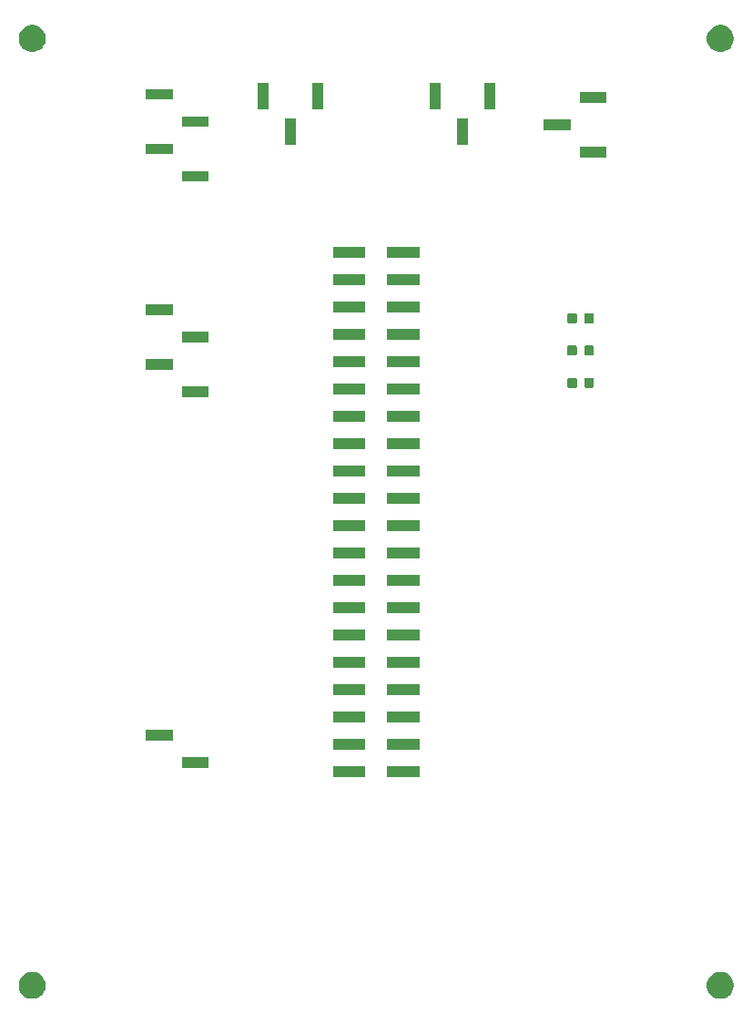
<source format=gbr>
G04 #@! TF.GenerationSoftware,KiCad,Pcbnew,(5.0.2)-1*
G04 #@! TF.CreationDate,2019-09-16T21:44:15-04:00*
G04 #@! TF.ProjectId,AD3D Cloud Connect Board,41443344-2043-46c6-9f75-6420436f6e6e,rev?*
G04 #@! TF.SameCoordinates,Original*
G04 #@! TF.FileFunction,Soldermask,Bot*
G04 #@! TF.FilePolarity,Negative*
%FSLAX46Y46*%
G04 Gerber Fmt 4.6, Leading zero omitted, Abs format (unit mm)*
G04 Created by KiCad (PCBNEW (5.0.2)-1) date 9/16/2019 9:44:15 PM*
%MOMM*%
%LPD*%
G01*
G04 APERTURE LIST*
%ADD10C,0.150000*%
G04 APERTURE END LIST*
D10*
G36*
X239364612Y-181798037D02*
X239592096Y-181892264D01*
X239796831Y-182029064D01*
X239970936Y-182203169D01*
X240107736Y-182407904D01*
X240201963Y-182635388D01*
X240250000Y-182876885D01*
X240250000Y-183123115D01*
X240201963Y-183364612D01*
X240107736Y-183592096D01*
X239970936Y-183796831D01*
X239796831Y-183970936D01*
X239592096Y-184107736D01*
X239364612Y-184201963D01*
X239123115Y-184250000D01*
X238876885Y-184250000D01*
X238635388Y-184201963D01*
X238407904Y-184107736D01*
X238203169Y-183970936D01*
X238029064Y-183796831D01*
X237892264Y-183592096D01*
X237798037Y-183364612D01*
X237750000Y-183123115D01*
X237750000Y-182876885D01*
X237798037Y-182635388D01*
X237892264Y-182407904D01*
X238029064Y-182203169D01*
X238203169Y-182029064D01*
X238407904Y-181892264D01*
X238635388Y-181798037D01*
X238876885Y-181750000D01*
X239123115Y-181750000D01*
X239364612Y-181798037D01*
X239364612Y-181798037D01*
G37*
G36*
X175364612Y-181798037D02*
X175592096Y-181892264D01*
X175796831Y-182029064D01*
X175970936Y-182203169D01*
X176107736Y-182407904D01*
X176201963Y-182635388D01*
X176250000Y-182876885D01*
X176250000Y-183123115D01*
X176201963Y-183364612D01*
X176107736Y-183592096D01*
X175970936Y-183796831D01*
X175796831Y-183970936D01*
X175592096Y-184107736D01*
X175364612Y-184201963D01*
X175123115Y-184250000D01*
X174876885Y-184250000D01*
X174635388Y-184201963D01*
X174407904Y-184107736D01*
X174203169Y-183970936D01*
X174029064Y-183796831D01*
X173892264Y-183592096D01*
X173798037Y-183364612D01*
X173750000Y-183123115D01*
X173750000Y-182876885D01*
X173798037Y-182635388D01*
X173892264Y-182407904D01*
X174029064Y-182203169D01*
X174203169Y-182029064D01*
X174407904Y-181892264D01*
X174635388Y-181798037D01*
X174876885Y-181750000D01*
X175123115Y-181750000D01*
X175364612Y-181798037D01*
X175364612Y-181798037D01*
G37*
G36*
X205980000Y-163630000D02*
X202980000Y-163630000D01*
X202980000Y-162630000D01*
X205980000Y-162630000D01*
X205980000Y-163630000D01*
X205980000Y-163630000D01*
G37*
G36*
X211020000Y-163630000D02*
X208020000Y-163630000D01*
X208020000Y-162630000D01*
X211020000Y-162630000D01*
X211020000Y-163630000D01*
X211020000Y-163630000D01*
G37*
G36*
X191410000Y-162770000D02*
X188900000Y-162770000D01*
X188900000Y-161770000D01*
X191410000Y-161770000D01*
X191410000Y-162770000D01*
X191410000Y-162770000D01*
G37*
G36*
X211020000Y-161090000D02*
X208020000Y-161090000D01*
X208020000Y-160090000D01*
X211020000Y-160090000D01*
X211020000Y-161090000D01*
X211020000Y-161090000D01*
G37*
G36*
X205980000Y-161090000D02*
X202980000Y-161090000D01*
X202980000Y-160090000D01*
X205980000Y-160090000D01*
X205980000Y-161090000D01*
X205980000Y-161090000D01*
G37*
G36*
X188100000Y-160230000D02*
X185590000Y-160230000D01*
X185590000Y-159230000D01*
X188100000Y-159230000D01*
X188100000Y-160230000D01*
X188100000Y-160230000D01*
G37*
G36*
X211020000Y-158550000D02*
X208020000Y-158550000D01*
X208020000Y-157550000D01*
X211020000Y-157550000D01*
X211020000Y-158550000D01*
X211020000Y-158550000D01*
G37*
G36*
X205980000Y-158550000D02*
X202980000Y-158550000D01*
X202980000Y-157550000D01*
X205980000Y-157550000D01*
X205980000Y-158550000D01*
X205980000Y-158550000D01*
G37*
G36*
X211020000Y-156010000D02*
X208020000Y-156010000D01*
X208020000Y-155010000D01*
X211020000Y-155010000D01*
X211020000Y-156010000D01*
X211020000Y-156010000D01*
G37*
G36*
X205980000Y-156010000D02*
X202980000Y-156010000D01*
X202980000Y-155010000D01*
X205980000Y-155010000D01*
X205980000Y-156010000D01*
X205980000Y-156010000D01*
G37*
G36*
X205980000Y-153470000D02*
X202980000Y-153470000D01*
X202980000Y-152470000D01*
X205980000Y-152470000D01*
X205980000Y-153470000D01*
X205980000Y-153470000D01*
G37*
G36*
X211020000Y-153470000D02*
X208020000Y-153470000D01*
X208020000Y-152470000D01*
X211020000Y-152470000D01*
X211020000Y-153470000D01*
X211020000Y-153470000D01*
G37*
G36*
X205980000Y-150930000D02*
X202980000Y-150930000D01*
X202980000Y-149930000D01*
X205980000Y-149930000D01*
X205980000Y-150930000D01*
X205980000Y-150930000D01*
G37*
G36*
X211020000Y-150930000D02*
X208020000Y-150930000D01*
X208020000Y-149930000D01*
X211020000Y-149930000D01*
X211020000Y-150930000D01*
X211020000Y-150930000D01*
G37*
G36*
X205980000Y-148390000D02*
X202980000Y-148390000D01*
X202980000Y-147390000D01*
X205980000Y-147390000D01*
X205980000Y-148390000D01*
X205980000Y-148390000D01*
G37*
G36*
X211020000Y-148390000D02*
X208020000Y-148390000D01*
X208020000Y-147390000D01*
X211020000Y-147390000D01*
X211020000Y-148390000D01*
X211020000Y-148390000D01*
G37*
G36*
X211020000Y-145850000D02*
X208020000Y-145850000D01*
X208020000Y-144850000D01*
X211020000Y-144850000D01*
X211020000Y-145850000D01*
X211020000Y-145850000D01*
G37*
G36*
X205980000Y-145850000D02*
X202980000Y-145850000D01*
X202980000Y-144850000D01*
X205980000Y-144850000D01*
X205980000Y-145850000D01*
X205980000Y-145850000D01*
G37*
G36*
X211020000Y-143310000D02*
X208020000Y-143310000D01*
X208020000Y-142310000D01*
X211020000Y-142310000D01*
X211020000Y-143310000D01*
X211020000Y-143310000D01*
G37*
G36*
X205980000Y-143310000D02*
X202980000Y-143310000D01*
X202980000Y-142310000D01*
X205980000Y-142310000D01*
X205980000Y-143310000D01*
X205980000Y-143310000D01*
G37*
G36*
X211020000Y-140770000D02*
X208020000Y-140770000D01*
X208020000Y-139770000D01*
X211020000Y-139770000D01*
X211020000Y-140770000D01*
X211020000Y-140770000D01*
G37*
G36*
X205980000Y-140770000D02*
X202980000Y-140770000D01*
X202980000Y-139770000D01*
X205980000Y-139770000D01*
X205980000Y-140770000D01*
X205980000Y-140770000D01*
G37*
G36*
X205980000Y-138230000D02*
X202980000Y-138230000D01*
X202980000Y-137230000D01*
X205980000Y-137230000D01*
X205980000Y-138230000D01*
X205980000Y-138230000D01*
G37*
G36*
X211020000Y-138230000D02*
X208020000Y-138230000D01*
X208020000Y-137230000D01*
X211020000Y-137230000D01*
X211020000Y-138230000D01*
X211020000Y-138230000D01*
G37*
G36*
X205980000Y-135690000D02*
X202980000Y-135690000D01*
X202980000Y-134690000D01*
X205980000Y-134690000D01*
X205980000Y-135690000D01*
X205980000Y-135690000D01*
G37*
G36*
X211020000Y-135690000D02*
X208020000Y-135690000D01*
X208020000Y-134690000D01*
X211020000Y-134690000D01*
X211020000Y-135690000D01*
X211020000Y-135690000D01*
G37*
G36*
X205980000Y-133150000D02*
X202980000Y-133150000D01*
X202980000Y-132150000D01*
X205980000Y-132150000D01*
X205980000Y-133150000D01*
X205980000Y-133150000D01*
G37*
G36*
X211020000Y-133150000D02*
X208020000Y-133150000D01*
X208020000Y-132150000D01*
X211020000Y-132150000D01*
X211020000Y-133150000D01*
X211020000Y-133150000D01*
G37*
G36*
X211020000Y-130610000D02*
X208020000Y-130610000D01*
X208020000Y-129610000D01*
X211020000Y-129610000D01*
X211020000Y-130610000D01*
X211020000Y-130610000D01*
G37*
G36*
X205980000Y-130610000D02*
X202980000Y-130610000D01*
X202980000Y-129610000D01*
X205980000Y-129610000D01*
X205980000Y-130610000D01*
X205980000Y-130610000D01*
G37*
G36*
X191410000Y-128310000D02*
X188900000Y-128310000D01*
X188900000Y-127310000D01*
X191410000Y-127310000D01*
X191410000Y-128310000D01*
X191410000Y-128310000D01*
G37*
G36*
X205980000Y-128070000D02*
X202980000Y-128070000D01*
X202980000Y-127070000D01*
X205980000Y-127070000D01*
X205980000Y-128070000D01*
X205980000Y-128070000D01*
G37*
G36*
X211020000Y-128070000D02*
X208020000Y-128070000D01*
X208020000Y-127070000D01*
X211020000Y-127070000D01*
X211020000Y-128070000D01*
X211020000Y-128070000D01*
G37*
G36*
X225524116Y-126528595D02*
X225553313Y-126537452D01*
X225580218Y-126551833D01*
X225603808Y-126571192D01*
X225623167Y-126594782D01*
X225637548Y-126621687D01*
X225646405Y-126650884D01*
X225650000Y-126687390D01*
X225650000Y-127312610D01*
X225646405Y-127349116D01*
X225637548Y-127378313D01*
X225623167Y-127405218D01*
X225603808Y-127428808D01*
X225580218Y-127448167D01*
X225553313Y-127462548D01*
X225524116Y-127471405D01*
X225487610Y-127475000D01*
X224937390Y-127475000D01*
X224900884Y-127471405D01*
X224871687Y-127462548D01*
X224844782Y-127448167D01*
X224821192Y-127428808D01*
X224801833Y-127405218D01*
X224787452Y-127378313D01*
X224778595Y-127349116D01*
X224775000Y-127312610D01*
X224775000Y-126687390D01*
X224778595Y-126650884D01*
X224787452Y-126621687D01*
X224801833Y-126594782D01*
X224821192Y-126571192D01*
X224844782Y-126551833D01*
X224871687Y-126537452D01*
X224900884Y-126528595D01*
X224937390Y-126525000D01*
X225487610Y-126525000D01*
X225524116Y-126528595D01*
X225524116Y-126528595D01*
G37*
G36*
X227099116Y-126528595D02*
X227128313Y-126537452D01*
X227155218Y-126551833D01*
X227178808Y-126571192D01*
X227198167Y-126594782D01*
X227212548Y-126621687D01*
X227221405Y-126650884D01*
X227225000Y-126687390D01*
X227225000Y-127312610D01*
X227221405Y-127349116D01*
X227212548Y-127378313D01*
X227198167Y-127405218D01*
X227178808Y-127428808D01*
X227155218Y-127448167D01*
X227128313Y-127462548D01*
X227099116Y-127471405D01*
X227062610Y-127475000D01*
X226512390Y-127475000D01*
X226475884Y-127471405D01*
X226446687Y-127462548D01*
X226419782Y-127448167D01*
X226396192Y-127428808D01*
X226376833Y-127405218D01*
X226362452Y-127378313D01*
X226353595Y-127349116D01*
X226350000Y-127312610D01*
X226350000Y-126687390D01*
X226353595Y-126650884D01*
X226362452Y-126621687D01*
X226376833Y-126594782D01*
X226396192Y-126571192D01*
X226419782Y-126551833D01*
X226446687Y-126537452D01*
X226475884Y-126528595D01*
X226512390Y-126525000D01*
X227062610Y-126525000D01*
X227099116Y-126528595D01*
X227099116Y-126528595D01*
G37*
G36*
X188100000Y-125770000D02*
X185590000Y-125770000D01*
X185590000Y-124770000D01*
X188100000Y-124770000D01*
X188100000Y-125770000D01*
X188100000Y-125770000D01*
G37*
G36*
X205980000Y-125530000D02*
X202980000Y-125530000D01*
X202980000Y-124530000D01*
X205980000Y-124530000D01*
X205980000Y-125530000D01*
X205980000Y-125530000D01*
G37*
G36*
X211020000Y-125530000D02*
X208020000Y-125530000D01*
X208020000Y-124530000D01*
X211020000Y-124530000D01*
X211020000Y-125530000D01*
X211020000Y-125530000D01*
G37*
G36*
X225524116Y-123528595D02*
X225553313Y-123537452D01*
X225580218Y-123551833D01*
X225603808Y-123571192D01*
X225623167Y-123594782D01*
X225637548Y-123621687D01*
X225646405Y-123650884D01*
X225650000Y-123687390D01*
X225650000Y-124312610D01*
X225646405Y-124349116D01*
X225637548Y-124378313D01*
X225623167Y-124405218D01*
X225603808Y-124428808D01*
X225580218Y-124448167D01*
X225553313Y-124462548D01*
X225524116Y-124471405D01*
X225487610Y-124475000D01*
X224937390Y-124475000D01*
X224900884Y-124471405D01*
X224871687Y-124462548D01*
X224844782Y-124448167D01*
X224821192Y-124428808D01*
X224801833Y-124405218D01*
X224787452Y-124378313D01*
X224778595Y-124349116D01*
X224775000Y-124312610D01*
X224775000Y-123687390D01*
X224778595Y-123650884D01*
X224787452Y-123621687D01*
X224801833Y-123594782D01*
X224821192Y-123571192D01*
X224844782Y-123551833D01*
X224871687Y-123537452D01*
X224900884Y-123528595D01*
X224937390Y-123525000D01*
X225487610Y-123525000D01*
X225524116Y-123528595D01*
X225524116Y-123528595D01*
G37*
G36*
X227099116Y-123528595D02*
X227128313Y-123537452D01*
X227155218Y-123551833D01*
X227178808Y-123571192D01*
X227198167Y-123594782D01*
X227212548Y-123621687D01*
X227221405Y-123650884D01*
X227225000Y-123687390D01*
X227225000Y-124312610D01*
X227221405Y-124349116D01*
X227212548Y-124378313D01*
X227198167Y-124405218D01*
X227178808Y-124428808D01*
X227155218Y-124448167D01*
X227128313Y-124462548D01*
X227099116Y-124471405D01*
X227062610Y-124475000D01*
X226512390Y-124475000D01*
X226475884Y-124471405D01*
X226446687Y-124462548D01*
X226419782Y-124448167D01*
X226396192Y-124428808D01*
X226376833Y-124405218D01*
X226362452Y-124378313D01*
X226353595Y-124349116D01*
X226350000Y-124312610D01*
X226350000Y-123687390D01*
X226353595Y-123650884D01*
X226362452Y-123621687D01*
X226376833Y-123594782D01*
X226396192Y-123571192D01*
X226419782Y-123551833D01*
X226446687Y-123537452D01*
X226475884Y-123528595D01*
X226512390Y-123525000D01*
X227062610Y-123525000D01*
X227099116Y-123528595D01*
X227099116Y-123528595D01*
G37*
G36*
X191410000Y-123230000D02*
X188900000Y-123230000D01*
X188900000Y-122230000D01*
X191410000Y-122230000D01*
X191410000Y-123230000D01*
X191410000Y-123230000D01*
G37*
G36*
X205980000Y-122990000D02*
X202980000Y-122990000D01*
X202980000Y-121990000D01*
X205980000Y-121990000D01*
X205980000Y-122990000D01*
X205980000Y-122990000D01*
G37*
G36*
X211020000Y-122990000D02*
X208020000Y-122990000D01*
X208020000Y-121990000D01*
X211020000Y-121990000D01*
X211020000Y-122990000D01*
X211020000Y-122990000D01*
G37*
G36*
X227099116Y-120528595D02*
X227128313Y-120537452D01*
X227155218Y-120551833D01*
X227178808Y-120571192D01*
X227198167Y-120594782D01*
X227212548Y-120621687D01*
X227221405Y-120650884D01*
X227225000Y-120687390D01*
X227225000Y-121312610D01*
X227221405Y-121349116D01*
X227212548Y-121378313D01*
X227198167Y-121405218D01*
X227178808Y-121428808D01*
X227155218Y-121448167D01*
X227128313Y-121462548D01*
X227099116Y-121471405D01*
X227062610Y-121475000D01*
X226512390Y-121475000D01*
X226475884Y-121471405D01*
X226446687Y-121462548D01*
X226419782Y-121448167D01*
X226396192Y-121428808D01*
X226376833Y-121405218D01*
X226362452Y-121378313D01*
X226353595Y-121349116D01*
X226350000Y-121312610D01*
X226350000Y-120687390D01*
X226353595Y-120650884D01*
X226362452Y-120621687D01*
X226376833Y-120594782D01*
X226396192Y-120571192D01*
X226419782Y-120551833D01*
X226446687Y-120537452D01*
X226475884Y-120528595D01*
X226512390Y-120525000D01*
X227062610Y-120525000D01*
X227099116Y-120528595D01*
X227099116Y-120528595D01*
G37*
G36*
X225524116Y-120528595D02*
X225553313Y-120537452D01*
X225580218Y-120551833D01*
X225603808Y-120571192D01*
X225623167Y-120594782D01*
X225637548Y-120621687D01*
X225646405Y-120650884D01*
X225650000Y-120687390D01*
X225650000Y-121312610D01*
X225646405Y-121349116D01*
X225637548Y-121378313D01*
X225623167Y-121405218D01*
X225603808Y-121428808D01*
X225580218Y-121448167D01*
X225553313Y-121462548D01*
X225524116Y-121471405D01*
X225487610Y-121475000D01*
X224937390Y-121475000D01*
X224900884Y-121471405D01*
X224871687Y-121462548D01*
X224844782Y-121448167D01*
X224821192Y-121428808D01*
X224801833Y-121405218D01*
X224787452Y-121378313D01*
X224778595Y-121349116D01*
X224775000Y-121312610D01*
X224775000Y-120687390D01*
X224778595Y-120650884D01*
X224787452Y-120621687D01*
X224801833Y-120594782D01*
X224821192Y-120571192D01*
X224844782Y-120551833D01*
X224871687Y-120537452D01*
X224900884Y-120528595D01*
X224937390Y-120525000D01*
X225487610Y-120525000D01*
X225524116Y-120528595D01*
X225524116Y-120528595D01*
G37*
G36*
X188100000Y-120690000D02*
X185590000Y-120690000D01*
X185590000Y-119690000D01*
X188100000Y-119690000D01*
X188100000Y-120690000D01*
X188100000Y-120690000D01*
G37*
G36*
X211020000Y-120450000D02*
X208020000Y-120450000D01*
X208020000Y-119450000D01*
X211020000Y-119450000D01*
X211020000Y-120450000D01*
X211020000Y-120450000D01*
G37*
G36*
X205980000Y-120450000D02*
X202980000Y-120450000D01*
X202980000Y-119450000D01*
X205980000Y-119450000D01*
X205980000Y-120450000D01*
X205980000Y-120450000D01*
G37*
G36*
X205980000Y-117910000D02*
X202980000Y-117910000D01*
X202980000Y-116910000D01*
X205980000Y-116910000D01*
X205980000Y-117910000D01*
X205980000Y-117910000D01*
G37*
G36*
X211020000Y-117910000D02*
X208020000Y-117910000D01*
X208020000Y-116910000D01*
X211020000Y-116910000D01*
X211020000Y-117910000D01*
X211020000Y-117910000D01*
G37*
G36*
X211020000Y-115370000D02*
X208020000Y-115370000D01*
X208020000Y-114370000D01*
X211020000Y-114370000D01*
X211020000Y-115370000D01*
X211020000Y-115370000D01*
G37*
G36*
X205980000Y-115370000D02*
X202980000Y-115370000D01*
X202980000Y-114370000D01*
X205980000Y-114370000D01*
X205980000Y-115370000D01*
X205980000Y-115370000D01*
G37*
G36*
X191410000Y-108310000D02*
X188900000Y-108310000D01*
X188900000Y-107310000D01*
X191410000Y-107310000D01*
X191410000Y-108310000D01*
X191410000Y-108310000D01*
G37*
G36*
X228410000Y-106040000D02*
X225900000Y-106040000D01*
X225900000Y-105040000D01*
X228410000Y-105040000D01*
X228410000Y-106040000D01*
X228410000Y-106040000D01*
G37*
G36*
X188100000Y-105770000D02*
X185590000Y-105770000D01*
X185590000Y-104770000D01*
X188100000Y-104770000D01*
X188100000Y-105770000D01*
X188100000Y-105770000D01*
G37*
G36*
X215500000Y-104910000D02*
X214500000Y-104910000D01*
X214500000Y-102400000D01*
X215500000Y-102400000D01*
X215500000Y-104910000D01*
X215500000Y-104910000D01*
G37*
G36*
X199500000Y-104910000D02*
X198500000Y-104910000D01*
X198500000Y-102400000D01*
X199500000Y-102400000D01*
X199500000Y-104910000D01*
X199500000Y-104910000D01*
G37*
G36*
X225100000Y-103500000D02*
X222590000Y-103500000D01*
X222590000Y-102500000D01*
X225100000Y-102500000D01*
X225100000Y-103500000D01*
X225100000Y-103500000D01*
G37*
G36*
X191410000Y-103230000D02*
X188900000Y-103230000D01*
X188900000Y-102230000D01*
X191410000Y-102230000D01*
X191410000Y-103230000D01*
X191410000Y-103230000D01*
G37*
G36*
X218040000Y-101600000D02*
X217040000Y-101600000D01*
X217040000Y-99090000D01*
X218040000Y-99090000D01*
X218040000Y-101600000D01*
X218040000Y-101600000D01*
G37*
G36*
X212960000Y-101600000D02*
X211960000Y-101600000D01*
X211960000Y-99090000D01*
X212960000Y-99090000D01*
X212960000Y-101600000D01*
X212960000Y-101600000D01*
G37*
G36*
X202040000Y-101600000D02*
X201040000Y-101600000D01*
X201040000Y-99090000D01*
X202040000Y-99090000D01*
X202040000Y-101600000D01*
X202040000Y-101600000D01*
G37*
G36*
X196960000Y-101600000D02*
X195960000Y-101600000D01*
X195960000Y-99090000D01*
X196960000Y-99090000D01*
X196960000Y-101600000D01*
X196960000Y-101600000D01*
G37*
G36*
X228410000Y-100960000D02*
X225900000Y-100960000D01*
X225900000Y-99960000D01*
X228410000Y-99960000D01*
X228410000Y-100960000D01*
X228410000Y-100960000D01*
G37*
G36*
X188100000Y-100690000D02*
X185590000Y-100690000D01*
X185590000Y-99690000D01*
X188100000Y-99690000D01*
X188100000Y-100690000D01*
X188100000Y-100690000D01*
G37*
G36*
X239364612Y-93798037D02*
X239592096Y-93892264D01*
X239796831Y-94029064D01*
X239970936Y-94203169D01*
X240107736Y-94407904D01*
X240201963Y-94635388D01*
X240250000Y-94876885D01*
X240250000Y-95123115D01*
X240201963Y-95364612D01*
X240107736Y-95592096D01*
X239970936Y-95796831D01*
X239796831Y-95970936D01*
X239592096Y-96107736D01*
X239364612Y-96201963D01*
X239123115Y-96250000D01*
X238876885Y-96250000D01*
X238635388Y-96201963D01*
X238407904Y-96107736D01*
X238203169Y-95970936D01*
X238029064Y-95796831D01*
X237892264Y-95592096D01*
X237798037Y-95364612D01*
X237750000Y-95123115D01*
X237750000Y-94876885D01*
X237798037Y-94635388D01*
X237892264Y-94407904D01*
X238029064Y-94203169D01*
X238203169Y-94029064D01*
X238407904Y-93892264D01*
X238635388Y-93798037D01*
X238876885Y-93750000D01*
X239123115Y-93750000D01*
X239364612Y-93798037D01*
X239364612Y-93798037D01*
G37*
G36*
X175364612Y-93798037D02*
X175592096Y-93892264D01*
X175796831Y-94029064D01*
X175970936Y-94203169D01*
X176107736Y-94407904D01*
X176201963Y-94635388D01*
X176250000Y-94876885D01*
X176250000Y-95123115D01*
X176201963Y-95364612D01*
X176107736Y-95592096D01*
X175970936Y-95796831D01*
X175796831Y-95970936D01*
X175592096Y-96107736D01*
X175364612Y-96201963D01*
X175123115Y-96250000D01*
X174876885Y-96250000D01*
X174635388Y-96201963D01*
X174407904Y-96107736D01*
X174203169Y-95970936D01*
X174029064Y-95796831D01*
X173892264Y-95592096D01*
X173798037Y-95364612D01*
X173750000Y-95123115D01*
X173750000Y-94876885D01*
X173798037Y-94635388D01*
X173892264Y-94407904D01*
X174029064Y-94203169D01*
X174203169Y-94029064D01*
X174407904Y-93892264D01*
X174635388Y-93798037D01*
X174876885Y-93750000D01*
X175123115Y-93750000D01*
X175364612Y-93798037D01*
X175364612Y-93798037D01*
G37*
M02*

</source>
